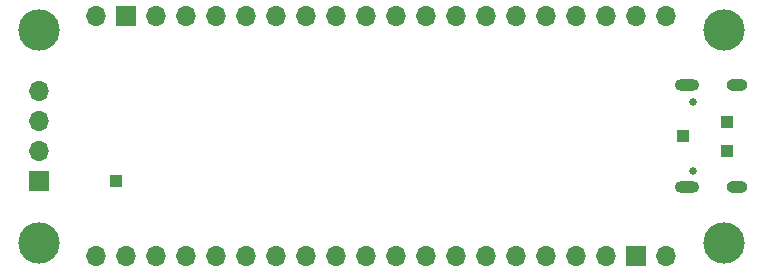
<source format=gbr>
%TF.GenerationSoftware,KiCad,Pcbnew,8.0.3*%
%TF.CreationDate,2024-07-03T16:09:19+02:00*%
%TF.ProjectId,dev_board,6465765f-626f-4617-9264-2e6b69636164,rev?*%
%TF.SameCoordinates,Original*%
%TF.FileFunction,Soldermask,Bot*%
%TF.FilePolarity,Negative*%
%FSLAX46Y46*%
G04 Gerber Fmt 4.6, Leading zero omitted, Abs format (unit mm)*
G04 Created by KiCad (PCBNEW 8.0.3) date 2024-07-03 16:09:19*
%MOMM*%
%LPD*%
G01*
G04 APERTURE LIST*
%ADD10O,1.800000X1.000000*%
%ADD11O,2.100000X1.000000*%
%ADD12C,0.650000*%
%ADD13C,3.500000*%
%ADD14O,1.700000X1.700000*%
%ADD15R,1.700000X1.700000*%
%ADD16R,1.000000X1.000000*%
G04 APERTURE END LIST*
D10*
%TO.C,J1*%
X173075000Y-98680000D03*
D11*
X168875000Y-98680000D03*
D10*
X173075000Y-107320000D03*
D11*
X168875000Y-107320000D03*
D12*
X169395000Y-100110000D03*
X169395000Y-105890000D03*
%TD*%
D13*
%TO.C,H1*%
X114000000Y-94000000D03*
%TD*%
%TO.C,H4*%
X172000000Y-94000000D03*
%TD*%
%TO.C,H2*%
X114000000Y-112000000D03*
%TD*%
D14*
%TO.C,J2*%
X167135000Y-92840000D03*
X164595000Y-92840000D03*
X162055000Y-92840000D03*
X159515000Y-92840000D03*
X156975000Y-92840000D03*
X154435000Y-92840000D03*
X151895000Y-92840000D03*
X149355000Y-92840000D03*
X146815000Y-92840000D03*
X144275000Y-92840000D03*
X141735000Y-92840000D03*
X139195000Y-92840000D03*
X136655000Y-92840000D03*
X134115000Y-92840000D03*
X131575000Y-92840000D03*
X129035000Y-92840000D03*
X126495000Y-92840000D03*
X123955000Y-92840000D03*
D15*
X121415000Y-92840000D03*
D14*
X118875000Y-92840000D03*
%TD*%
%TO.C,J3*%
X167135000Y-113160000D03*
D15*
X164595000Y-113160000D03*
D14*
X162055000Y-113160000D03*
X159515000Y-113160000D03*
X156975000Y-113160000D03*
X154435000Y-113160000D03*
X151895000Y-113160000D03*
X149355000Y-113160000D03*
X146815000Y-113160000D03*
X144275000Y-113160000D03*
X141735000Y-113160000D03*
X139195000Y-113160000D03*
X136655000Y-113160000D03*
X134115000Y-113160000D03*
X131575000Y-113160000D03*
X129035000Y-113160000D03*
X126495000Y-113160000D03*
X123955000Y-113160000D03*
X121415000Y-113160000D03*
X118875000Y-113160000D03*
%TD*%
D13*
%TO.C,H3*%
X172000000Y-112000000D03*
%TD*%
D14*
%TO.C,J4*%
X114000000Y-99190000D03*
X114000000Y-101730000D03*
X114000000Y-104270000D03*
D15*
X114000000Y-106810000D03*
%TD*%
D16*
%TO.C,TP3*%
X172250000Y-101750000D03*
%TD*%
%TO.C,TP1*%
X168500000Y-103000000D03*
%TD*%
%TO.C,TP4*%
X120500000Y-106750000D03*
%TD*%
%TO.C,TP2*%
X172250000Y-104250000D03*
%TD*%
M02*

</source>
